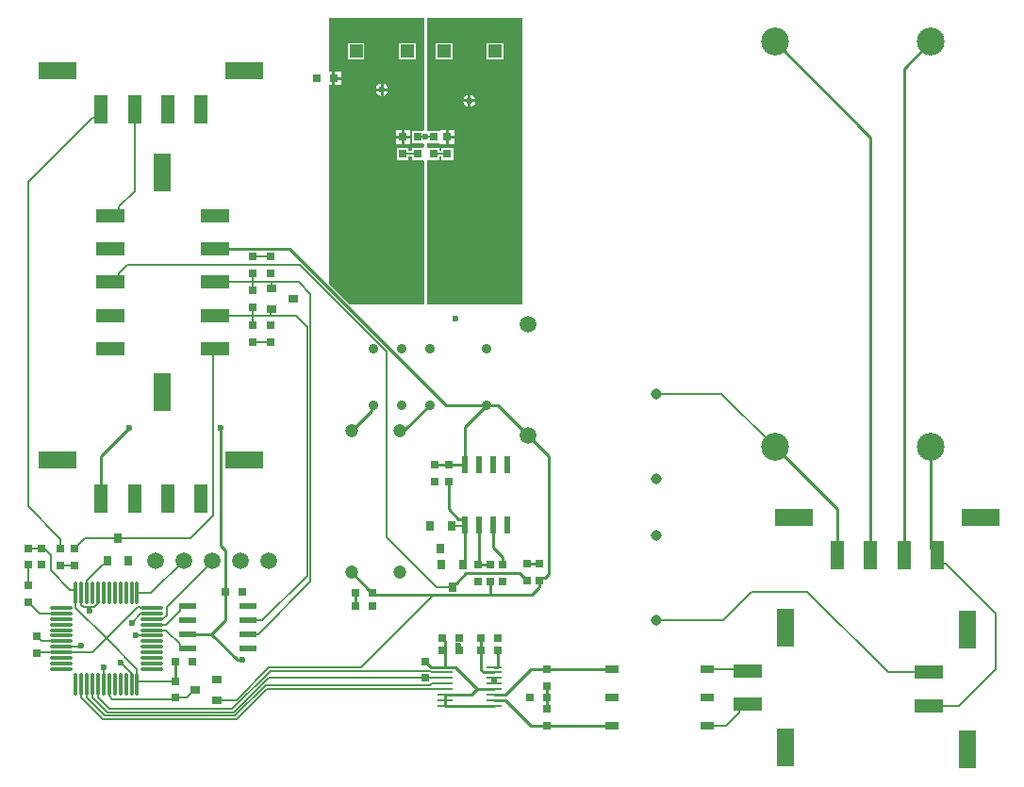
<source format=gtl>
G04*
G04 #@! TF.GenerationSoftware,Altium Limited,Altium Designer,19.0.10 (269)*
G04*
G04 Layer_Physical_Order=1*
G04 Layer_Color=255*
%FSLAX25Y25*%
%MOIN*%
G70*
G01*
G75*
%ADD12C,0.00600*%
%ADD16C,0.01000*%
%ADD41R,0.02953X0.03150*%
%ADD42R,0.03543X0.02756*%
%ADD43R,0.02756X0.03543*%
%ADD44O,0.08268X0.01181*%
%ADD45O,0.01181X0.08268*%
%ADD46R,0.05000X0.10000*%
%ADD47R,0.13504X0.06496*%
%ADD48R,0.06496X0.13504*%
%ADD49R,0.10000X0.05000*%
%ADD50R,0.03150X0.02953*%
%ADD51R,0.10000X0.05000*%
%ADD52R,0.06496X0.13504*%
%ADD53R,0.02362X0.06102*%
%ADD54R,0.05000X0.02992*%
%ADD55R,0.05500X0.01100*%
%ADD56R,0.06102X0.02362*%
%ADD57R,0.04724X0.04724*%
%ADD58R,0.14173X0.04724*%
%ADD59C,0.05906*%
%ADD60C,0.03838*%
%ADD61C,0.04724*%
%ADD62C,0.03543*%
%ADD63C,0.09843*%
%ADD64C,0.02362*%
G36*
X187008Y266614D02*
X186919Y266151D01*
X182766D01*
Y261802D01*
X186919D01*
X187008Y261338D01*
Y260709D01*
X186919Y260246D01*
X186508Y260246D01*
X182766D01*
Y258988D01*
X181604D01*
Y260246D01*
X177451D01*
Y255896D01*
X181604D01*
Y257153D01*
X182766D01*
Y255896D01*
X186919Y255896D01*
X187008Y255433D01*
Y204724D01*
X160746D01*
X153543Y211927D01*
Y282268D01*
X154618D01*
Y284744D01*
Y287221D01*
X153543D01*
Y305983D01*
X187008D01*
Y266614D01*
D02*
G37*
G36*
X221654Y204724D02*
X188189D01*
Y255433D01*
X188278Y255896D01*
X188689Y255896D01*
X192431D01*
Y257153D01*
X193199D01*
Y255896D01*
X197352D01*
Y260246D01*
X193199D01*
Y258988D01*
X192431D01*
Y260246D01*
X188278Y260246D01*
X188189Y260709D01*
Y261338D01*
X188278Y261802D01*
X192299D01*
X192431Y261802D01*
X192799Y261484D01*
Y261402D01*
X194776D01*
Y263976D01*
Y266551D01*
X192799D01*
Y266469D01*
X192431Y266151D01*
X192299Y266151D01*
X188278D01*
X188189Y266614D01*
Y305983D01*
X221654D01*
Y204724D01*
D02*
G37*
%LPC*%
G36*
X184065Y297253D02*
X178140D01*
Y291329D01*
X184065D01*
Y297253D01*
D02*
G37*
G36*
X165954D02*
X160030D01*
Y291329D01*
X165954D01*
Y297253D01*
D02*
G37*
G36*
X157693Y287221D02*
X155618D01*
Y285244D01*
X157693D01*
Y287221D01*
D02*
G37*
G36*
Y284244D02*
X155618D01*
Y282268D01*
X157693D01*
Y284244D01*
D02*
G37*
G36*
X172646Y282833D02*
Y281209D01*
X174270D01*
X174200Y281560D01*
X173718Y282281D01*
X172997Y282763D01*
X172646Y282833D01*
D02*
G37*
G36*
X171646D02*
X171295Y282763D01*
X170573Y282281D01*
X170091Y281560D01*
X170021Y281209D01*
X171646D01*
Y282833D01*
D02*
G37*
G36*
X174270Y280209D02*
X172646D01*
Y278584D01*
X172997Y278654D01*
X173718Y279136D01*
X174200Y279858D01*
X174270Y280209D01*
D02*
G37*
G36*
X171646D02*
X170021D01*
X170091Y279858D01*
X170573Y279136D01*
X171295Y278654D01*
X171646Y278584D01*
Y280209D01*
D02*
G37*
G36*
X182004Y266551D02*
X180028D01*
Y264476D01*
X182004D01*
Y266551D01*
D02*
G37*
G36*
X179028D02*
X177051D01*
Y264476D01*
X179028D01*
Y266551D01*
D02*
G37*
G36*
X182004Y263476D02*
X180028D01*
Y261402D01*
X182004D01*
Y263476D01*
D02*
G37*
G36*
X179028D02*
X177051D01*
Y261402D01*
X179028D01*
Y263476D01*
D02*
G37*
G36*
X215167Y297253D02*
X209243D01*
Y291329D01*
X215167D01*
Y297253D01*
D02*
G37*
G36*
X197057D02*
X191132D01*
Y291329D01*
X197057D01*
Y297253D01*
D02*
G37*
G36*
X203551Y278896D02*
Y277272D01*
X205176D01*
X205106Y277623D01*
X204624Y278344D01*
X203902Y278826D01*
X203551Y278896D01*
D02*
G37*
G36*
X202551D02*
X202200Y278826D01*
X201479Y278344D01*
X200997Y277623D01*
X200927Y277272D01*
X202551D01*
Y278896D01*
D02*
G37*
G36*
X205176Y276272D02*
X203551D01*
Y274647D01*
X203902Y274717D01*
X204624Y275199D01*
X205106Y275921D01*
X205176Y276272D01*
D02*
G37*
G36*
X202551D02*
X200927D01*
X200997Y275921D01*
X201479Y275199D01*
X202200Y274717D01*
X202551Y274647D01*
Y276272D01*
D02*
G37*
G36*
X197752Y266551D02*
X195776D01*
Y264476D01*
X197752D01*
Y266551D01*
D02*
G37*
G36*
Y263476D02*
X195776D01*
Y261402D01*
X197752D01*
Y263476D01*
D02*
G37*
%LPD*%
D12*
X389173Y75846D02*
Y95355D01*
X371553Y112975D02*
X389173Y95355D01*
X370704Y112975D02*
X371553D01*
X368504Y115175D02*
X370704Y112975D01*
X368504Y115175D02*
Y116024D01*
X376121Y62794D02*
X389173Y75846D01*
X365630Y62794D02*
X376121D01*
X211750Y70670D02*
Y72640D01*
X58563Y112500D02*
X63484D01*
X64759Y119680D02*
X67126Y122047D01*
X64661Y119680D02*
X64759D01*
X63484Y118504D02*
X64661Y119680D01*
X63484Y118405D02*
Y118504D01*
X67126Y122047D02*
X78740D01*
X58297Y122215D02*
X58563Y121949D01*
Y118405D02*
Y121949D01*
X47047Y133465D02*
X58297Y122215D01*
X47244Y118504D02*
X52854D01*
X85898Y71555D02*
X99311D01*
X52854Y118504D02*
X55118Y116240D01*
Y110630D02*
Y116240D01*
Y110630D02*
X61853Y103895D01*
X63708D01*
X124803Y93051D02*
X129961D01*
X145749Y108839D02*
Y196771D01*
X129961Y93051D02*
X145749Y108839D01*
X191629Y104724D02*
X197047D01*
X82283Y218898D02*
X143007D01*
X173917Y122436D02*
Y187987D01*
X143007Y218898D02*
X173917Y187987D01*
Y122436D02*
X191629Y104724D01*
X79033Y215647D02*
X82283Y218898D01*
X79033Y214798D02*
Y215647D01*
X76833Y212598D02*
X79033Y214798D01*
X75984Y212598D02*
X76833D01*
X126575D02*
Y215748D01*
X79823Y78051D02*
X83371Y74503D01*
Y74463D02*
Y74503D01*
Y74463D02*
X83661Y74173D01*
Y70472D02*
Y74173D01*
X83760Y92224D02*
X86897Y95361D01*
X90834D01*
X90945Y95472D01*
X74888Y86628D02*
X85898Y97638D01*
X86794D02*
X86879Y97552D01*
X90834D01*
X90945Y97441D01*
X85898Y97638D02*
X86794D01*
X85630Y71287D02*
Y75886D01*
X68799Y97722D02*
X70499D01*
X66774D02*
X68799D01*
Y96457D02*
Y97722D01*
X65945Y98551D02*
Y102756D01*
Y98551D02*
X66774Y97722D01*
X71850Y99073D02*
Y102756D01*
X70499Y97722D02*
X71850Y99073D01*
X65468Y84252D02*
X65945D01*
X64877Y83661D02*
X65468Y84252D01*
X58661Y83661D02*
X64877D01*
X58661Y81693D02*
X69954D01*
X74888Y86628D01*
X50492Y81693D02*
X58661D01*
X115157Y160925D02*
X115256Y161024D01*
X103543Y88051D02*
X104424Y88932D01*
X112599Y130020D02*
Y189370D01*
X104626Y122047D02*
X112599Y130020D01*
X78740Y122047D02*
X104626D01*
X74888Y86628D02*
X85630Y75886D01*
Y70472D02*
Y71287D01*
X63976Y97539D02*
Y102756D01*
Y97539D02*
X74888Y86628D01*
X50197Y81398D02*
X50492Y81693D01*
X50197Y87205D02*
X51772Y85630D01*
X58661D01*
X73819Y70472D02*
Y76476D01*
X108366Y135925D02*
Y136004D01*
X108268Y136102D02*
X108366Y136004D01*
X96161Y135925D02*
X96338Y136102D01*
X96457D01*
X112599Y189370D02*
X112992Y188976D01*
X47047Y133465D02*
Y248111D01*
X69786Y270849D01*
X70634D01*
X72834Y273049D01*
Y273898D01*
X75000Y113779D02*
Y114173D01*
X73922Y112702D02*
X75000Y113779D01*
X73528Y112702D02*
X73922D01*
X67974Y107147D02*
X73528Y112702D01*
X67974Y102816D02*
Y107147D01*
X67913Y102756D02*
X67974Y102816D01*
X85630Y102756D02*
X90630D01*
X102047Y114173D01*
X95979Y97849D02*
X112047Y113917D01*
Y114173D01*
X95979Y94855D02*
Y97849D01*
X94628Y93504D02*
X95979Y94855D01*
X90945Y93504D02*
X94628D01*
X164797Y76313D02*
X190453Y101969D01*
X132194Y76313D02*
X164797D01*
X120645Y64764D02*
X132194Y76313D01*
X113976Y64764D02*
X120645D01*
X189253Y75113D02*
X189756Y74610D01*
X132691Y75113D02*
X189253D01*
X126575Y221654D02*
X132972D01*
X126575Y191535D02*
X132972D01*
X126575Y212598D02*
X133169D01*
X112992D02*
X126575D01*
Y209744D02*
Y212598D01*
X133169D02*
X142815D01*
X133071Y212500D02*
X133169Y212598D01*
X133071Y210433D02*
Y212500D01*
X132874Y200787D02*
X141732D01*
X126575D02*
X132874D01*
Y202756D01*
X133071Y202953D01*
X112992Y200787D02*
X126575D01*
Y203839D01*
Y197441D02*
Y200787D01*
X146949Y106693D02*
Y208465D01*
X142815Y212598D02*
X146949Y208465D01*
X141732Y200787D02*
X145749Y196771D01*
X128403Y88147D02*
X146949Y106693D01*
X124899Y88147D02*
X128403D01*
X124803Y88051D02*
X124899Y88147D01*
X85039Y87598D02*
X85039Y87598D01*
X90945D01*
X95866Y89567D02*
X100810Y84623D01*
Y83932D02*
Y84623D01*
Y83932D02*
X101691Y83051D01*
X103543D01*
X90945Y89567D02*
X95866D01*
X95866Y91535D02*
X100810Y96479D01*
Y97170D01*
X101691Y98051D01*
X103543D01*
X90945Y91535D02*
X95866D01*
X79033Y239269D02*
X84645Y244881D01*
X79033Y238420D02*
Y239269D01*
X76833Y236220D02*
X79033Y238420D01*
X75984Y236220D02*
X76833D01*
X84645Y244881D02*
Y273898D01*
X73622Y58113D02*
X120782D01*
X131370Y68700D01*
X194550D01*
X65945Y65790D02*
X73622Y58113D01*
X65945Y65790D02*
Y70472D01*
X67913Y65650D02*
Y70472D01*
Y65650D02*
X74250Y59313D01*
X120285D01*
X131136Y70163D01*
X189251D01*
X189758Y70670D01*
X194550D01*
X132012Y72736D02*
X187402D01*
X75159Y60513D02*
X119788D01*
X132012Y72736D01*
X69882Y65790D02*
X75159Y60513D01*
X69882Y65790D02*
Y70472D01*
X189756Y74610D02*
X194550D01*
X71850Y65748D02*
Y70472D01*
X71850Y70472D01*
X71850Y65748D02*
X75886Y61713D01*
X119291D01*
X132691Y75113D01*
X103248Y65650D02*
X104631Y67032D01*
Y67426D01*
X105709Y68504D01*
X106102D01*
X99311Y65650D02*
X103248D01*
X75787Y66339D02*
Y70472D01*
Y66339D02*
X76870Y65256D01*
X98917D01*
X99311Y65650D01*
X85630Y71287D02*
X85898Y71555D01*
X63976Y102756D02*
Y103627D01*
X63708Y103895D02*
X63976Y103627D01*
X47244Y112598D02*
X47244Y112598D01*
X47244Y105315D02*
Y112598D01*
X51181Y95472D02*
X58661D01*
X48519Y98135D02*
X51181Y95472D01*
X48421Y98135D02*
X48519D01*
X47244Y99311D02*
X48421Y98135D01*
X47244Y99311D02*
Y99409D01*
X351142Y74606D02*
X365630D01*
X322598Y103150D02*
X351142Y74606D01*
X302756Y103150D02*
X322598D01*
X292677Y93071D02*
X302756Y103150D01*
X269291Y93071D02*
X292677D01*
X292284Y173071D02*
X311024Y154331D01*
X269291Y173071D02*
X292284D01*
X192913Y118504D02*
Y118504D01*
X200965Y126378D02*
X201358Y126772D01*
X196653Y126378D02*
X200965D01*
X287205Y55847D02*
X293918D01*
X298408Y60337D01*
Y61185D01*
X300608Y63385D01*
X301457D01*
X300807Y75846D02*
X301457Y75197D01*
X287205Y75846D02*
X300807D01*
X187402Y72638D02*
Y72736D01*
Y72638D02*
X187404Y72640D01*
X194550D01*
X187598Y263976D02*
X190354D01*
X184843D02*
X187598D01*
X190354Y258071D02*
X195276D01*
X179528D02*
X184843D01*
X198031Y199606D02*
X198032Y199606D01*
X198425D01*
D16*
X223831Y158465D02*
X231102Y151193D01*
Y109449D02*
Y151193D01*
X190945Y148031D02*
X201358D01*
X161417Y110039D02*
Y110118D01*
Y110039D02*
X167626Y103831D01*
Y103732D02*
Y103831D01*
Y103732D02*
X168602Y102756D01*
X168701D01*
X179059Y160673D02*
X180532D01*
X188993Y169134D01*
X178347Y159961D02*
X179059Y160673D01*
X121024Y78937D02*
X122736D01*
X194750Y169134D02*
X208993D01*
X139475Y224409D02*
X194750Y169134D01*
X112992Y224409D02*
X139475D01*
X99311Y71653D02*
Y78543D01*
Y71555D02*
Y71653D01*
X194550Y76580D02*
Y85638D01*
X111910Y88051D02*
X121024Y78937D01*
X116831Y92972D02*
Y117815D01*
X111910Y88051D02*
X116831Y92972D01*
X103543Y88051D02*
X111910D01*
X115256Y119390D02*
X116831Y117815D01*
X115256Y119390D02*
Y161024D01*
X190453Y101969D02*
X210630D01*
X72834Y136102D02*
Y150984D01*
X82874Y161024D01*
X169488Y101969D02*
X190453D01*
X189365Y76580D02*
X194550D01*
X188476Y77469D02*
X189365Y76580D01*
X188378Y77469D02*
X188476D01*
X187402Y78445D02*
X188378Y77469D01*
X198031Y76580D02*
X205911Y68700D01*
X211750D01*
X194550Y76580D02*
X198031D01*
X366142Y118386D02*
Y154331D01*
Y118386D02*
X368504Y116024D01*
X356693D02*
Y288190D01*
X366142Y297638D01*
X311024D02*
X344881Y263781D01*
Y116024D02*
Y263781D01*
X311024Y154331D02*
X333070Y132284D01*
Y116024D02*
Y132284D01*
Y115355D02*
Y116024D01*
X211358Y118898D02*
Y126772D01*
X201358Y161500D02*
X208993Y169134D01*
X201358Y148031D02*
Y161500D01*
X190945Y148031D02*
X190945Y148031D01*
X195669Y132461D02*
X199263Y128867D01*
X200677D01*
X201358Y128186D01*
Y126772D02*
Y128186D01*
X195669Y132461D02*
Y142126D01*
X220945Y109843D02*
X222547Y108240D01*
X222646D01*
X223622Y107264D01*
Y107165D02*
Y107264D01*
X201969Y109843D02*
X220945D01*
X198319Y106193D02*
X201969Y109843D01*
X197925Y106193D02*
X198319D01*
X223622Y113071D02*
X227953D01*
X229894Y108240D02*
X231102Y109449D01*
X228929Y108240D02*
X229894D01*
X227953Y107264D02*
X228929Y108240D01*
X227953Y107165D02*
Y107264D01*
X213162Y169134D02*
X223831Y158465D01*
X208993Y169134D02*
X213162D01*
X168506Y168647D02*
X168992Y169134D01*
X168506Y167049D02*
Y168647D01*
X161417Y159961D02*
X168506Y167049D01*
X210630Y101969D02*
X225197D01*
X210630D02*
Y106890D01*
X227953Y104724D02*
Y107165D01*
X225197Y101969D02*
X227953Y104724D01*
X168701Y102756D02*
X169488Y101969D01*
X211358Y118898D02*
X214961Y115295D01*
Y112795D02*
Y115295D01*
X206299Y112795D02*
X210630D01*
X206299D02*
X206358Y112854D01*
Y126772D01*
X200787Y112795D02*
X201358Y113366D01*
Y126772D01*
X162795Y98032D02*
Y102756D01*
X207283Y75590D02*
Y82284D01*
Y86614D01*
Y75590D02*
X208264Y74610D01*
X211750D01*
X213139Y76580D02*
X213189Y76630D01*
X211750Y76580D02*
X213139D01*
X213189Y76630D02*
Y82284D01*
X203941Y66730D02*
X205911Y68700D01*
X194550Y66730D02*
X203941D01*
X194550Y62790D02*
X211750D01*
X194550Y64760D02*
Y66730D01*
Y62790D02*
Y64760D01*
X193504Y86614D02*
X193573D01*
X194550Y85638D01*
X187402Y78445D02*
Y78543D01*
X230512Y65748D02*
Y69882D01*
Y61614D02*
Y65748D01*
X224804Y75787D02*
X230512D01*
X215746Y66730D02*
X224804Y75787D01*
X211750Y66730D02*
X215746D01*
X224803Y55905D02*
X230315D01*
X230512Y55709D01*
X215949Y64760D02*
X224803Y55905D01*
X211750Y64760D02*
X215949D01*
X230512Y55709D02*
X230650Y55847D01*
X253346D01*
X253287Y75787D02*
X253346Y75846D01*
X230512Y75787D02*
X253287D01*
X333070Y115355D02*
X333071Y115354D01*
D41*
X63484Y112500D02*
D03*
Y118405D02*
D03*
X47244Y112598D02*
D03*
Y118504D02*
D03*
X132972Y197441D02*
D03*
Y191535D02*
D03*
X126575D02*
D03*
Y197441D02*
D03*
Y203839D02*
D03*
Y209744D02*
D03*
X132972Y215748D02*
D03*
Y221654D02*
D03*
X126575D02*
D03*
Y215748D02*
D03*
X187402Y72638D02*
D03*
Y78543D02*
D03*
X58563Y118405D02*
D03*
Y112500D02*
D03*
X99311Y65650D02*
D03*
Y71555D02*
D03*
X47244Y99409D02*
D03*
Y105315D02*
D03*
X50197Y87303D02*
D03*
Y81398D02*
D03*
X195669Y148031D02*
D03*
Y142126D02*
D03*
X214961Y112795D02*
D03*
Y106890D02*
D03*
X227953Y107165D02*
D03*
Y113071D02*
D03*
X210630Y106890D02*
D03*
Y112795D02*
D03*
X223622Y113071D02*
D03*
Y107165D02*
D03*
X190945Y148031D02*
D03*
Y142126D02*
D03*
X206299Y112795D02*
D03*
Y106890D02*
D03*
X230512Y69882D02*
D03*
Y75787D02*
D03*
Y61614D02*
D03*
Y55709D02*
D03*
X179528Y258071D02*
D03*
Y263976D02*
D03*
X184843D02*
D03*
Y258071D02*
D03*
X195276D02*
D03*
Y263976D02*
D03*
X190354D02*
D03*
Y258071D02*
D03*
X51968Y118504D02*
D03*
Y112598D02*
D03*
D42*
X133071Y210433D02*
D03*
Y202953D02*
D03*
X140945Y206693D02*
D03*
X113976Y64764D02*
D03*
Y72244D02*
D03*
X106102Y68504D02*
D03*
D43*
X75000Y114173D02*
D03*
X82480D02*
D03*
X78740Y122047D02*
D03*
X196653Y126378D02*
D03*
X189173D02*
D03*
X192913Y118504D02*
D03*
X200787Y112795D02*
D03*
X193307D02*
D03*
X197047Y104921D02*
D03*
D44*
X58661Y97441D02*
D03*
Y95472D02*
D03*
Y93504D02*
D03*
Y91535D02*
D03*
Y89567D02*
D03*
Y87598D02*
D03*
Y85630D02*
D03*
Y83661D02*
D03*
Y81693D02*
D03*
Y79724D02*
D03*
Y77756D02*
D03*
Y75787D02*
D03*
X90945D02*
D03*
Y77756D02*
D03*
Y79724D02*
D03*
Y81693D02*
D03*
Y83661D02*
D03*
Y85630D02*
D03*
Y87598D02*
D03*
Y89567D02*
D03*
Y91535D02*
D03*
Y93504D02*
D03*
Y95472D02*
D03*
Y97441D02*
D03*
D45*
X63976Y70472D02*
D03*
X65945D02*
D03*
X67913D02*
D03*
X69882D02*
D03*
X71850D02*
D03*
X73819D02*
D03*
X75787D02*
D03*
X77756D02*
D03*
X79724D02*
D03*
X81693D02*
D03*
X83661D02*
D03*
X85630D02*
D03*
Y102756D02*
D03*
X83661D02*
D03*
X81693D02*
D03*
X79724D02*
D03*
X77756D02*
D03*
X75787D02*
D03*
X73819D02*
D03*
X71850D02*
D03*
X69882D02*
D03*
X67913D02*
D03*
X65945D02*
D03*
X63976D02*
D03*
D46*
X108268Y273898D02*
D03*
X96457D02*
D03*
X84645D02*
D03*
X72834D02*
D03*
X108268Y136102D02*
D03*
X96457D02*
D03*
X84645D02*
D03*
X72834D02*
D03*
X333070Y116024D02*
D03*
X344881D02*
D03*
X356693D02*
D03*
X368504D02*
D03*
D47*
X57519Y287402D02*
D03*
X123583D02*
D03*
X57519Y149606D02*
D03*
X123583D02*
D03*
X383819Y129528D02*
D03*
X317755D02*
D03*
D48*
X379134Y89920D02*
D03*
Y47480D02*
D03*
X314961Y90511D02*
D03*
Y48071D02*
D03*
D49*
X365630Y62794D02*
D03*
Y74606D02*
D03*
X301457Y63385D02*
D03*
Y75197D02*
D03*
D50*
X116929Y103248D02*
D03*
X122835D02*
D03*
X155118Y284744D02*
D03*
X149213D02*
D03*
X162795Y98032D02*
D03*
X168701D02*
D03*
X162795Y102756D02*
D03*
X168701D02*
D03*
X224606Y65748D02*
D03*
X230512D02*
D03*
X213189Y82284D02*
D03*
X207283D02*
D03*
X193504Y86614D02*
D03*
X199409D02*
D03*
X193504Y82284D02*
D03*
X199409D02*
D03*
X207283Y86614D02*
D03*
X213189D02*
D03*
X99311Y78543D02*
D03*
X105217D02*
D03*
D51*
X112992Y236220D02*
D03*
Y224409D02*
D03*
Y212598D02*
D03*
Y200787D02*
D03*
Y188976D02*
D03*
X75984Y236220D02*
D03*
Y224409D02*
D03*
Y212598D02*
D03*
Y200787D02*
D03*
Y188976D02*
D03*
D52*
X94488Y173700D02*
D03*
Y251496D02*
D03*
D53*
X201358Y126772D02*
D03*
X206358D02*
D03*
X211358D02*
D03*
X216358D02*
D03*
Y148031D02*
D03*
X211358D02*
D03*
X206358D02*
D03*
X201358D02*
D03*
D54*
X287205Y55847D02*
D03*
Y65847D02*
D03*
Y75846D02*
D03*
X253346D02*
D03*
Y65847D02*
D03*
Y55847D02*
D03*
D55*
X194550Y76580D02*
D03*
Y74610D02*
D03*
Y72640D02*
D03*
Y70670D02*
D03*
Y68700D02*
D03*
Y66730D02*
D03*
Y64760D02*
D03*
Y62790D02*
D03*
X211750D02*
D03*
Y64760D02*
D03*
Y66730D02*
D03*
Y68700D02*
D03*
Y70670D02*
D03*
Y72640D02*
D03*
Y74610D02*
D03*
Y76580D02*
D03*
D56*
X103543Y98051D02*
D03*
Y93051D02*
D03*
Y88051D02*
D03*
Y83051D02*
D03*
X124803D02*
D03*
Y88051D02*
D03*
Y93051D02*
D03*
Y98051D02*
D03*
D57*
X181102Y294291D02*
D03*
X172047D02*
D03*
X162992D02*
D03*
X212205D02*
D03*
X203150D02*
D03*
X194095D02*
D03*
D58*
X172047Y270276D02*
D03*
X203150D02*
D03*
D59*
X132047Y114173D02*
D03*
X122047D02*
D03*
X112047D02*
D03*
X102047D02*
D03*
X92047D02*
D03*
X223831Y197835D02*
D03*
Y158465D02*
D03*
D60*
X269291Y173071D02*
D03*
Y143071D02*
D03*
Y123071D02*
D03*
Y93071D02*
D03*
D61*
X161417Y159961D02*
D03*
Y110118D02*
D03*
X178347Y159961D02*
D03*
Y110118D02*
D03*
D62*
X188993Y189134D02*
D03*
X178992D02*
D03*
X168992D02*
D03*
Y169134D02*
D03*
X178992D02*
D03*
X188993D02*
D03*
X208993D02*
D03*
Y189134D02*
D03*
D63*
X311024Y297638D02*
D03*
Y154331D02*
D03*
X366142D02*
D03*
Y297638D02*
D03*
D64*
X122736Y78937D02*
D03*
X124803Y98051D02*
D03*
X211713Y71653D02*
D03*
X203051Y276772D02*
D03*
X99311Y71653D02*
D03*
X124803Y83051D02*
D03*
X132972Y215846D02*
D03*
X79823Y78051D02*
D03*
X83760Y92224D02*
D03*
X68799Y96457D02*
D03*
X65945Y84252D02*
D03*
X115256Y161024D02*
D03*
X82874D02*
D03*
X172146Y280709D02*
D03*
X73819Y76476D02*
D03*
X108366Y135925D02*
D03*
X75984Y200787D02*
D03*
X96161Y135925D02*
D03*
X50197Y87205D02*
D03*
X193504Y82284D02*
D03*
X140945Y206791D02*
D03*
X132972Y197539D02*
D03*
X85039Y87598D02*
D03*
X103543Y93051D02*
D03*
X113976Y72244D02*
D03*
X82480Y114173D02*
D03*
X84645Y136102D02*
D03*
X75984Y224409D02*
D03*
X108268Y273898D02*
D03*
X96457D02*
D03*
X112992Y236220D02*
D03*
X72834Y273898D02*
D03*
X122835Y103248D02*
D03*
X162992Y294488D02*
D03*
X194095D02*
D03*
X197047Y104921D02*
D03*
X192913Y118504D02*
D03*
X189173Y126378D02*
D03*
X149213Y284744D02*
D03*
X51968Y112598D02*
D03*
X105217Y78543D02*
D03*
X190945Y142126D02*
D03*
X216535Y126772D02*
D03*
X214961Y107087D02*
D03*
X206299D02*
D03*
X193504Y112598D02*
D03*
X168504Y98032D02*
D03*
X224410Y65748D02*
D03*
X212992Y86614D02*
D03*
X199213Y84252D02*
D03*
X212205Y294488D02*
D03*
X181102D02*
D03*
X187598Y263976D02*
D03*
X211417Y126772D02*
D03*
X195669Y142126D02*
D03*
X198031Y199606D02*
D03*
M02*

</source>
